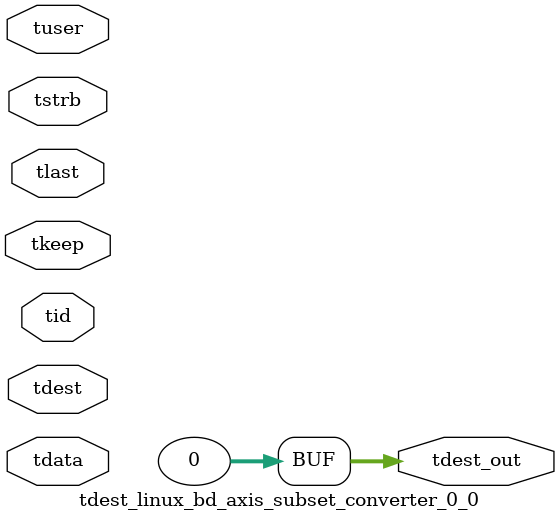
<source format=v>


`timescale 1ps/1ps

module tdest_linux_bd_axis_subset_converter_0_0 #
(
parameter C_S_AXIS_TDATA_WIDTH = 32,
parameter C_S_AXIS_TUSER_WIDTH = 0,
parameter C_S_AXIS_TID_WIDTH   = 0,
parameter C_S_AXIS_TDEST_WIDTH = 0,
parameter C_M_AXIS_TDEST_WIDTH = 32
)
(
input  [(C_S_AXIS_TDATA_WIDTH == 0 ? 1 : C_S_AXIS_TDATA_WIDTH)-1:0     ] tdata,
input  [(C_S_AXIS_TUSER_WIDTH == 0 ? 1 : C_S_AXIS_TUSER_WIDTH)-1:0     ] tuser,
input  [(C_S_AXIS_TID_WIDTH   == 0 ? 1 : C_S_AXIS_TID_WIDTH)-1:0       ] tid,
input  [(C_S_AXIS_TDEST_WIDTH == 0 ? 1 : C_S_AXIS_TDEST_WIDTH)-1:0     ] tdest,
input  [(C_S_AXIS_TDATA_WIDTH/8)-1:0 ] tkeep,
input  [(C_S_AXIS_TDATA_WIDTH/8)-1:0 ] tstrb,
input                                                                    tlast,
output [C_M_AXIS_TDEST_WIDTH-1:0] tdest_out
);

assign tdest_out = {1'b0};

endmodule


</source>
